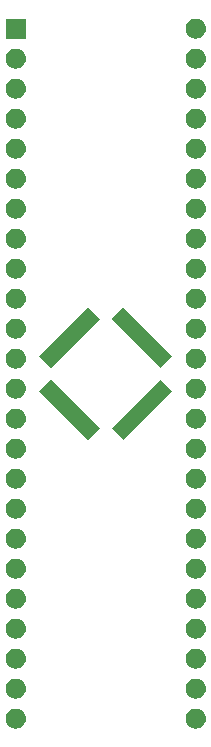
<source format=gbr>
G04 #@! TF.GenerationSoftware,KiCad,Pcbnew,(5.0.1-3-g963ef8bb5)*
G04 #@! TF.CreationDate,2022-07-03T20:38:46+09:00*
G04 #@! TF.ProjectId,LQFP48-Breakout,4C51465034382D427265616B6F75742E,rev?*
G04 #@! TF.SameCoordinates,Original*
G04 #@! TF.FileFunction,Soldermask,Top*
G04 #@! TF.FilePolarity,Negative*
%FSLAX46Y46*%
G04 Gerber Fmt 4.6, Leading zero omitted, Abs format (unit mm)*
G04 Created by KiCad (PCBNEW (5.0.1-3-g963ef8bb5)) date Sunday, 03 July 2022 at 20:38:46*
%MOMM*%
%LPD*%
G01*
G04 APERTURE LIST*
%ADD10C,0.100000*%
G04 APERTURE END LIST*
D10*
G36*
X116879821Y-121081313D02*
X116879824Y-121081314D01*
X116879825Y-121081314D01*
X117040239Y-121129975D01*
X117040241Y-121129976D01*
X117040244Y-121129977D01*
X117188078Y-121208995D01*
X117317659Y-121315341D01*
X117424005Y-121444922D01*
X117503023Y-121592756D01*
X117551687Y-121753179D01*
X117568117Y-121920000D01*
X117551687Y-122086821D01*
X117503023Y-122247244D01*
X117424005Y-122395078D01*
X117317659Y-122524659D01*
X117188078Y-122631005D01*
X117040244Y-122710023D01*
X117040241Y-122710024D01*
X117040239Y-122710025D01*
X116879825Y-122758686D01*
X116879824Y-122758686D01*
X116879821Y-122758687D01*
X116754804Y-122771000D01*
X116671196Y-122771000D01*
X116546179Y-122758687D01*
X116546176Y-122758686D01*
X116546175Y-122758686D01*
X116385761Y-122710025D01*
X116385759Y-122710024D01*
X116385756Y-122710023D01*
X116237922Y-122631005D01*
X116108341Y-122524659D01*
X116001995Y-122395078D01*
X115922977Y-122247244D01*
X115874313Y-122086821D01*
X115857883Y-121920000D01*
X115874313Y-121753179D01*
X115922977Y-121592756D01*
X116001995Y-121444922D01*
X116108341Y-121315341D01*
X116237922Y-121208995D01*
X116385756Y-121129977D01*
X116385759Y-121129976D01*
X116385761Y-121129975D01*
X116546175Y-121081314D01*
X116546176Y-121081314D01*
X116546179Y-121081313D01*
X116671196Y-121069000D01*
X116754804Y-121069000D01*
X116879821Y-121081313D01*
X116879821Y-121081313D01*
G37*
G36*
X101639821Y-121081313D02*
X101639824Y-121081314D01*
X101639825Y-121081314D01*
X101800239Y-121129975D01*
X101800241Y-121129976D01*
X101800244Y-121129977D01*
X101948078Y-121208995D01*
X102077659Y-121315341D01*
X102184005Y-121444922D01*
X102263023Y-121592756D01*
X102311687Y-121753179D01*
X102328117Y-121920000D01*
X102311687Y-122086821D01*
X102263023Y-122247244D01*
X102184005Y-122395078D01*
X102077659Y-122524659D01*
X101948078Y-122631005D01*
X101800244Y-122710023D01*
X101800241Y-122710024D01*
X101800239Y-122710025D01*
X101639825Y-122758686D01*
X101639824Y-122758686D01*
X101639821Y-122758687D01*
X101514804Y-122771000D01*
X101431196Y-122771000D01*
X101306179Y-122758687D01*
X101306176Y-122758686D01*
X101306175Y-122758686D01*
X101145761Y-122710025D01*
X101145759Y-122710024D01*
X101145756Y-122710023D01*
X100997922Y-122631005D01*
X100868341Y-122524659D01*
X100761995Y-122395078D01*
X100682977Y-122247244D01*
X100634313Y-122086821D01*
X100617883Y-121920000D01*
X100634313Y-121753179D01*
X100682977Y-121592756D01*
X100761995Y-121444922D01*
X100868341Y-121315341D01*
X100997922Y-121208995D01*
X101145756Y-121129977D01*
X101145759Y-121129976D01*
X101145761Y-121129975D01*
X101306175Y-121081314D01*
X101306176Y-121081314D01*
X101306179Y-121081313D01*
X101431196Y-121069000D01*
X101514804Y-121069000D01*
X101639821Y-121081313D01*
X101639821Y-121081313D01*
G37*
G36*
X101639821Y-118541313D02*
X101639824Y-118541314D01*
X101639825Y-118541314D01*
X101800239Y-118589975D01*
X101800241Y-118589976D01*
X101800244Y-118589977D01*
X101948078Y-118668995D01*
X102077659Y-118775341D01*
X102184005Y-118904922D01*
X102263023Y-119052756D01*
X102311687Y-119213179D01*
X102328117Y-119380000D01*
X102311687Y-119546821D01*
X102263023Y-119707244D01*
X102184005Y-119855078D01*
X102077659Y-119984659D01*
X101948078Y-120091005D01*
X101800244Y-120170023D01*
X101800241Y-120170024D01*
X101800239Y-120170025D01*
X101639825Y-120218686D01*
X101639824Y-120218686D01*
X101639821Y-120218687D01*
X101514804Y-120231000D01*
X101431196Y-120231000D01*
X101306179Y-120218687D01*
X101306176Y-120218686D01*
X101306175Y-120218686D01*
X101145761Y-120170025D01*
X101145759Y-120170024D01*
X101145756Y-120170023D01*
X100997922Y-120091005D01*
X100868341Y-119984659D01*
X100761995Y-119855078D01*
X100682977Y-119707244D01*
X100634313Y-119546821D01*
X100617883Y-119380000D01*
X100634313Y-119213179D01*
X100682977Y-119052756D01*
X100761995Y-118904922D01*
X100868341Y-118775341D01*
X100997922Y-118668995D01*
X101145756Y-118589977D01*
X101145759Y-118589976D01*
X101145761Y-118589975D01*
X101306175Y-118541314D01*
X101306176Y-118541314D01*
X101306179Y-118541313D01*
X101431196Y-118529000D01*
X101514804Y-118529000D01*
X101639821Y-118541313D01*
X101639821Y-118541313D01*
G37*
G36*
X116879821Y-118541313D02*
X116879824Y-118541314D01*
X116879825Y-118541314D01*
X117040239Y-118589975D01*
X117040241Y-118589976D01*
X117040244Y-118589977D01*
X117188078Y-118668995D01*
X117317659Y-118775341D01*
X117424005Y-118904922D01*
X117503023Y-119052756D01*
X117551687Y-119213179D01*
X117568117Y-119380000D01*
X117551687Y-119546821D01*
X117503023Y-119707244D01*
X117424005Y-119855078D01*
X117317659Y-119984659D01*
X117188078Y-120091005D01*
X117040244Y-120170023D01*
X117040241Y-120170024D01*
X117040239Y-120170025D01*
X116879825Y-120218686D01*
X116879824Y-120218686D01*
X116879821Y-120218687D01*
X116754804Y-120231000D01*
X116671196Y-120231000D01*
X116546179Y-120218687D01*
X116546176Y-120218686D01*
X116546175Y-120218686D01*
X116385761Y-120170025D01*
X116385759Y-120170024D01*
X116385756Y-120170023D01*
X116237922Y-120091005D01*
X116108341Y-119984659D01*
X116001995Y-119855078D01*
X115922977Y-119707244D01*
X115874313Y-119546821D01*
X115857883Y-119380000D01*
X115874313Y-119213179D01*
X115922977Y-119052756D01*
X116001995Y-118904922D01*
X116108341Y-118775341D01*
X116237922Y-118668995D01*
X116385756Y-118589977D01*
X116385759Y-118589976D01*
X116385761Y-118589975D01*
X116546175Y-118541314D01*
X116546176Y-118541314D01*
X116546179Y-118541313D01*
X116671196Y-118529000D01*
X116754804Y-118529000D01*
X116879821Y-118541313D01*
X116879821Y-118541313D01*
G37*
G36*
X116879821Y-116001313D02*
X116879824Y-116001314D01*
X116879825Y-116001314D01*
X117040239Y-116049975D01*
X117040241Y-116049976D01*
X117040244Y-116049977D01*
X117188078Y-116128995D01*
X117317659Y-116235341D01*
X117424005Y-116364922D01*
X117503023Y-116512756D01*
X117551687Y-116673179D01*
X117568117Y-116840000D01*
X117551687Y-117006821D01*
X117503023Y-117167244D01*
X117424005Y-117315078D01*
X117317659Y-117444659D01*
X117188078Y-117551005D01*
X117040244Y-117630023D01*
X117040241Y-117630024D01*
X117040239Y-117630025D01*
X116879825Y-117678686D01*
X116879824Y-117678686D01*
X116879821Y-117678687D01*
X116754804Y-117691000D01*
X116671196Y-117691000D01*
X116546179Y-117678687D01*
X116546176Y-117678686D01*
X116546175Y-117678686D01*
X116385761Y-117630025D01*
X116385759Y-117630024D01*
X116385756Y-117630023D01*
X116237922Y-117551005D01*
X116108341Y-117444659D01*
X116001995Y-117315078D01*
X115922977Y-117167244D01*
X115874313Y-117006821D01*
X115857883Y-116840000D01*
X115874313Y-116673179D01*
X115922977Y-116512756D01*
X116001995Y-116364922D01*
X116108341Y-116235341D01*
X116237922Y-116128995D01*
X116385756Y-116049977D01*
X116385759Y-116049976D01*
X116385761Y-116049975D01*
X116546175Y-116001314D01*
X116546176Y-116001314D01*
X116546179Y-116001313D01*
X116671196Y-115989000D01*
X116754804Y-115989000D01*
X116879821Y-116001313D01*
X116879821Y-116001313D01*
G37*
G36*
X101639821Y-116001313D02*
X101639824Y-116001314D01*
X101639825Y-116001314D01*
X101800239Y-116049975D01*
X101800241Y-116049976D01*
X101800244Y-116049977D01*
X101948078Y-116128995D01*
X102077659Y-116235341D01*
X102184005Y-116364922D01*
X102263023Y-116512756D01*
X102311687Y-116673179D01*
X102328117Y-116840000D01*
X102311687Y-117006821D01*
X102263023Y-117167244D01*
X102184005Y-117315078D01*
X102077659Y-117444659D01*
X101948078Y-117551005D01*
X101800244Y-117630023D01*
X101800241Y-117630024D01*
X101800239Y-117630025D01*
X101639825Y-117678686D01*
X101639824Y-117678686D01*
X101639821Y-117678687D01*
X101514804Y-117691000D01*
X101431196Y-117691000D01*
X101306179Y-117678687D01*
X101306176Y-117678686D01*
X101306175Y-117678686D01*
X101145761Y-117630025D01*
X101145759Y-117630024D01*
X101145756Y-117630023D01*
X100997922Y-117551005D01*
X100868341Y-117444659D01*
X100761995Y-117315078D01*
X100682977Y-117167244D01*
X100634313Y-117006821D01*
X100617883Y-116840000D01*
X100634313Y-116673179D01*
X100682977Y-116512756D01*
X100761995Y-116364922D01*
X100868341Y-116235341D01*
X100997922Y-116128995D01*
X101145756Y-116049977D01*
X101145759Y-116049976D01*
X101145761Y-116049975D01*
X101306175Y-116001314D01*
X101306176Y-116001314D01*
X101306179Y-116001313D01*
X101431196Y-115989000D01*
X101514804Y-115989000D01*
X101639821Y-116001313D01*
X101639821Y-116001313D01*
G37*
G36*
X116879821Y-113461313D02*
X116879824Y-113461314D01*
X116879825Y-113461314D01*
X117040239Y-113509975D01*
X117040241Y-113509976D01*
X117040244Y-113509977D01*
X117188078Y-113588995D01*
X117317659Y-113695341D01*
X117424005Y-113824922D01*
X117503023Y-113972756D01*
X117551687Y-114133179D01*
X117568117Y-114300000D01*
X117551687Y-114466821D01*
X117503023Y-114627244D01*
X117424005Y-114775078D01*
X117317659Y-114904659D01*
X117188078Y-115011005D01*
X117040244Y-115090023D01*
X117040241Y-115090024D01*
X117040239Y-115090025D01*
X116879825Y-115138686D01*
X116879824Y-115138686D01*
X116879821Y-115138687D01*
X116754804Y-115151000D01*
X116671196Y-115151000D01*
X116546179Y-115138687D01*
X116546176Y-115138686D01*
X116546175Y-115138686D01*
X116385761Y-115090025D01*
X116385759Y-115090024D01*
X116385756Y-115090023D01*
X116237922Y-115011005D01*
X116108341Y-114904659D01*
X116001995Y-114775078D01*
X115922977Y-114627244D01*
X115874313Y-114466821D01*
X115857883Y-114300000D01*
X115874313Y-114133179D01*
X115922977Y-113972756D01*
X116001995Y-113824922D01*
X116108341Y-113695341D01*
X116237922Y-113588995D01*
X116385756Y-113509977D01*
X116385759Y-113509976D01*
X116385761Y-113509975D01*
X116546175Y-113461314D01*
X116546176Y-113461314D01*
X116546179Y-113461313D01*
X116671196Y-113449000D01*
X116754804Y-113449000D01*
X116879821Y-113461313D01*
X116879821Y-113461313D01*
G37*
G36*
X101639821Y-113461313D02*
X101639824Y-113461314D01*
X101639825Y-113461314D01*
X101800239Y-113509975D01*
X101800241Y-113509976D01*
X101800244Y-113509977D01*
X101948078Y-113588995D01*
X102077659Y-113695341D01*
X102184005Y-113824922D01*
X102263023Y-113972756D01*
X102311687Y-114133179D01*
X102328117Y-114300000D01*
X102311687Y-114466821D01*
X102263023Y-114627244D01*
X102184005Y-114775078D01*
X102077659Y-114904659D01*
X101948078Y-115011005D01*
X101800244Y-115090023D01*
X101800241Y-115090024D01*
X101800239Y-115090025D01*
X101639825Y-115138686D01*
X101639824Y-115138686D01*
X101639821Y-115138687D01*
X101514804Y-115151000D01*
X101431196Y-115151000D01*
X101306179Y-115138687D01*
X101306176Y-115138686D01*
X101306175Y-115138686D01*
X101145761Y-115090025D01*
X101145759Y-115090024D01*
X101145756Y-115090023D01*
X100997922Y-115011005D01*
X100868341Y-114904659D01*
X100761995Y-114775078D01*
X100682977Y-114627244D01*
X100634313Y-114466821D01*
X100617883Y-114300000D01*
X100634313Y-114133179D01*
X100682977Y-113972756D01*
X100761995Y-113824922D01*
X100868341Y-113695341D01*
X100997922Y-113588995D01*
X101145756Y-113509977D01*
X101145759Y-113509976D01*
X101145761Y-113509975D01*
X101306175Y-113461314D01*
X101306176Y-113461314D01*
X101306179Y-113461313D01*
X101431196Y-113449000D01*
X101514804Y-113449000D01*
X101639821Y-113461313D01*
X101639821Y-113461313D01*
G37*
G36*
X116879821Y-110921313D02*
X116879824Y-110921314D01*
X116879825Y-110921314D01*
X117040239Y-110969975D01*
X117040241Y-110969976D01*
X117040244Y-110969977D01*
X117188078Y-111048995D01*
X117317659Y-111155341D01*
X117424005Y-111284922D01*
X117503023Y-111432756D01*
X117551687Y-111593179D01*
X117568117Y-111760000D01*
X117551687Y-111926821D01*
X117503023Y-112087244D01*
X117424005Y-112235078D01*
X117317659Y-112364659D01*
X117188078Y-112471005D01*
X117040244Y-112550023D01*
X117040241Y-112550024D01*
X117040239Y-112550025D01*
X116879825Y-112598686D01*
X116879824Y-112598686D01*
X116879821Y-112598687D01*
X116754804Y-112611000D01*
X116671196Y-112611000D01*
X116546179Y-112598687D01*
X116546176Y-112598686D01*
X116546175Y-112598686D01*
X116385761Y-112550025D01*
X116385759Y-112550024D01*
X116385756Y-112550023D01*
X116237922Y-112471005D01*
X116108341Y-112364659D01*
X116001995Y-112235078D01*
X115922977Y-112087244D01*
X115874313Y-111926821D01*
X115857883Y-111760000D01*
X115874313Y-111593179D01*
X115922977Y-111432756D01*
X116001995Y-111284922D01*
X116108341Y-111155341D01*
X116237922Y-111048995D01*
X116385756Y-110969977D01*
X116385759Y-110969976D01*
X116385761Y-110969975D01*
X116546175Y-110921314D01*
X116546176Y-110921314D01*
X116546179Y-110921313D01*
X116671196Y-110909000D01*
X116754804Y-110909000D01*
X116879821Y-110921313D01*
X116879821Y-110921313D01*
G37*
G36*
X101639821Y-110921313D02*
X101639824Y-110921314D01*
X101639825Y-110921314D01*
X101800239Y-110969975D01*
X101800241Y-110969976D01*
X101800244Y-110969977D01*
X101948078Y-111048995D01*
X102077659Y-111155341D01*
X102184005Y-111284922D01*
X102263023Y-111432756D01*
X102311687Y-111593179D01*
X102328117Y-111760000D01*
X102311687Y-111926821D01*
X102263023Y-112087244D01*
X102184005Y-112235078D01*
X102077659Y-112364659D01*
X101948078Y-112471005D01*
X101800244Y-112550023D01*
X101800241Y-112550024D01*
X101800239Y-112550025D01*
X101639825Y-112598686D01*
X101639824Y-112598686D01*
X101639821Y-112598687D01*
X101514804Y-112611000D01*
X101431196Y-112611000D01*
X101306179Y-112598687D01*
X101306176Y-112598686D01*
X101306175Y-112598686D01*
X101145761Y-112550025D01*
X101145759Y-112550024D01*
X101145756Y-112550023D01*
X100997922Y-112471005D01*
X100868341Y-112364659D01*
X100761995Y-112235078D01*
X100682977Y-112087244D01*
X100634313Y-111926821D01*
X100617883Y-111760000D01*
X100634313Y-111593179D01*
X100682977Y-111432756D01*
X100761995Y-111284922D01*
X100868341Y-111155341D01*
X100997922Y-111048995D01*
X101145756Y-110969977D01*
X101145759Y-110969976D01*
X101145761Y-110969975D01*
X101306175Y-110921314D01*
X101306176Y-110921314D01*
X101306179Y-110921313D01*
X101431196Y-110909000D01*
X101514804Y-110909000D01*
X101639821Y-110921313D01*
X101639821Y-110921313D01*
G37*
G36*
X116879821Y-108381313D02*
X116879824Y-108381314D01*
X116879825Y-108381314D01*
X117040239Y-108429975D01*
X117040241Y-108429976D01*
X117040244Y-108429977D01*
X117188078Y-108508995D01*
X117317659Y-108615341D01*
X117424005Y-108744922D01*
X117503023Y-108892756D01*
X117551687Y-109053179D01*
X117568117Y-109220000D01*
X117551687Y-109386821D01*
X117503023Y-109547244D01*
X117424005Y-109695078D01*
X117317659Y-109824659D01*
X117188078Y-109931005D01*
X117040244Y-110010023D01*
X117040241Y-110010024D01*
X117040239Y-110010025D01*
X116879825Y-110058686D01*
X116879824Y-110058686D01*
X116879821Y-110058687D01*
X116754804Y-110071000D01*
X116671196Y-110071000D01*
X116546179Y-110058687D01*
X116546176Y-110058686D01*
X116546175Y-110058686D01*
X116385761Y-110010025D01*
X116385759Y-110010024D01*
X116385756Y-110010023D01*
X116237922Y-109931005D01*
X116108341Y-109824659D01*
X116001995Y-109695078D01*
X115922977Y-109547244D01*
X115874313Y-109386821D01*
X115857883Y-109220000D01*
X115874313Y-109053179D01*
X115922977Y-108892756D01*
X116001995Y-108744922D01*
X116108341Y-108615341D01*
X116237922Y-108508995D01*
X116385756Y-108429977D01*
X116385759Y-108429976D01*
X116385761Y-108429975D01*
X116546175Y-108381314D01*
X116546176Y-108381314D01*
X116546179Y-108381313D01*
X116671196Y-108369000D01*
X116754804Y-108369000D01*
X116879821Y-108381313D01*
X116879821Y-108381313D01*
G37*
G36*
X101639821Y-108381313D02*
X101639824Y-108381314D01*
X101639825Y-108381314D01*
X101800239Y-108429975D01*
X101800241Y-108429976D01*
X101800244Y-108429977D01*
X101948078Y-108508995D01*
X102077659Y-108615341D01*
X102184005Y-108744922D01*
X102263023Y-108892756D01*
X102311687Y-109053179D01*
X102328117Y-109220000D01*
X102311687Y-109386821D01*
X102263023Y-109547244D01*
X102184005Y-109695078D01*
X102077659Y-109824659D01*
X101948078Y-109931005D01*
X101800244Y-110010023D01*
X101800241Y-110010024D01*
X101800239Y-110010025D01*
X101639825Y-110058686D01*
X101639824Y-110058686D01*
X101639821Y-110058687D01*
X101514804Y-110071000D01*
X101431196Y-110071000D01*
X101306179Y-110058687D01*
X101306176Y-110058686D01*
X101306175Y-110058686D01*
X101145761Y-110010025D01*
X101145759Y-110010024D01*
X101145756Y-110010023D01*
X100997922Y-109931005D01*
X100868341Y-109824659D01*
X100761995Y-109695078D01*
X100682977Y-109547244D01*
X100634313Y-109386821D01*
X100617883Y-109220000D01*
X100634313Y-109053179D01*
X100682977Y-108892756D01*
X100761995Y-108744922D01*
X100868341Y-108615341D01*
X100997922Y-108508995D01*
X101145756Y-108429977D01*
X101145759Y-108429976D01*
X101145761Y-108429975D01*
X101306175Y-108381314D01*
X101306176Y-108381314D01*
X101306179Y-108381313D01*
X101431196Y-108369000D01*
X101514804Y-108369000D01*
X101639821Y-108381313D01*
X101639821Y-108381313D01*
G37*
G36*
X116879821Y-105841313D02*
X116879824Y-105841314D01*
X116879825Y-105841314D01*
X117040239Y-105889975D01*
X117040241Y-105889976D01*
X117040244Y-105889977D01*
X117188078Y-105968995D01*
X117317659Y-106075341D01*
X117424005Y-106204922D01*
X117503023Y-106352756D01*
X117551687Y-106513179D01*
X117568117Y-106680000D01*
X117551687Y-106846821D01*
X117503023Y-107007244D01*
X117424005Y-107155078D01*
X117317659Y-107284659D01*
X117188078Y-107391005D01*
X117040244Y-107470023D01*
X117040241Y-107470024D01*
X117040239Y-107470025D01*
X116879825Y-107518686D01*
X116879824Y-107518686D01*
X116879821Y-107518687D01*
X116754804Y-107531000D01*
X116671196Y-107531000D01*
X116546179Y-107518687D01*
X116546176Y-107518686D01*
X116546175Y-107518686D01*
X116385761Y-107470025D01*
X116385759Y-107470024D01*
X116385756Y-107470023D01*
X116237922Y-107391005D01*
X116108341Y-107284659D01*
X116001995Y-107155078D01*
X115922977Y-107007244D01*
X115874313Y-106846821D01*
X115857883Y-106680000D01*
X115874313Y-106513179D01*
X115922977Y-106352756D01*
X116001995Y-106204922D01*
X116108341Y-106075341D01*
X116237922Y-105968995D01*
X116385756Y-105889977D01*
X116385759Y-105889976D01*
X116385761Y-105889975D01*
X116546175Y-105841314D01*
X116546176Y-105841314D01*
X116546179Y-105841313D01*
X116671196Y-105829000D01*
X116754804Y-105829000D01*
X116879821Y-105841313D01*
X116879821Y-105841313D01*
G37*
G36*
X101639821Y-105841313D02*
X101639824Y-105841314D01*
X101639825Y-105841314D01*
X101800239Y-105889975D01*
X101800241Y-105889976D01*
X101800244Y-105889977D01*
X101948078Y-105968995D01*
X102077659Y-106075341D01*
X102184005Y-106204922D01*
X102263023Y-106352756D01*
X102311687Y-106513179D01*
X102328117Y-106680000D01*
X102311687Y-106846821D01*
X102263023Y-107007244D01*
X102184005Y-107155078D01*
X102077659Y-107284659D01*
X101948078Y-107391005D01*
X101800244Y-107470023D01*
X101800241Y-107470024D01*
X101800239Y-107470025D01*
X101639825Y-107518686D01*
X101639824Y-107518686D01*
X101639821Y-107518687D01*
X101514804Y-107531000D01*
X101431196Y-107531000D01*
X101306179Y-107518687D01*
X101306176Y-107518686D01*
X101306175Y-107518686D01*
X101145761Y-107470025D01*
X101145759Y-107470024D01*
X101145756Y-107470023D01*
X100997922Y-107391005D01*
X100868341Y-107284659D01*
X100761995Y-107155078D01*
X100682977Y-107007244D01*
X100634313Y-106846821D01*
X100617883Y-106680000D01*
X100634313Y-106513179D01*
X100682977Y-106352756D01*
X100761995Y-106204922D01*
X100868341Y-106075341D01*
X100997922Y-105968995D01*
X101145756Y-105889977D01*
X101145759Y-105889976D01*
X101145761Y-105889975D01*
X101306175Y-105841314D01*
X101306176Y-105841314D01*
X101306179Y-105841313D01*
X101431196Y-105829000D01*
X101514804Y-105829000D01*
X101639821Y-105841313D01*
X101639821Y-105841313D01*
G37*
G36*
X101639821Y-103301313D02*
X101639824Y-103301314D01*
X101639825Y-103301314D01*
X101800239Y-103349975D01*
X101800241Y-103349976D01*
X101800244Y-103349977D01*
X101948078Y-103428995D01*
X102077659Y-103535341D01*
X102184005Y-103664922D01*
X102263023Y-103812756D01*
X102311687Y-103973179D01*
X102328117Y-104140000D01*
X102311687Y-104306821D01*
X102263023Y-104467244D01*
X102184005Y-104615078D01*
X102077659Y-104744659D01*
X101948078Y-104851005D01*
X101800244Y-104930023D01*
X101800241Y-104930024D01*
X101800239Y-104930025D01*
X101639825Y-104978686D01*
X101639824Y-104978686D01*
X101639821Y-104978687D01*
X101514804Y-104991000D01*
X101431196Y-104991000D01*
X101306179Y-104978687D01*
X101306176Y-104978686D01*
X101306175Y-104978686D01*
X101145761Y-104930025D01*
X101145759Y-104930024D01*
X101145756Y-104930023D01*
X100997922Y-104851005D01*
X100868341Y-104744659D01*
X100761995Y-104615078D01*
X100682977Y-104467244D01*
X100634313Y-104306821D01*
X100617883Y-104140000D01*
X100634313Y-103973179D01*
X100682977Y-103812756D01*
X100761995Y-103664922D01*
X100868341Y-103535341D01*
X100997922Y-103428995D01*
X101145756Y-103349977D01*
X101145759Y-103349976D01*
X101145761Y-103349975D01*
X101306175Y-103301314D01*
X101306176Y-103301314D01*
X101306179Y-103301313D01*
X101431196Y-103289000D01*
X101514804Y-103289000D01*
X101639821Y-103301313D01*
X101639821Y-103301313D01*
G37*
G36*
X116879821Y-103301313D02*
X116879824Y-103301314D01*
X116879825Y-103301314D01*
X117040239Y-103349975D01*
X117040241Y-103349976D01*
X117040244Y-103349977D01*
X117188078Y-103428995D01*
X117317659Y-103535341D01*
X117424005Y-103664922D01*
X117503023Y-103812756D01*
X117551687Y-103973179D01*
X117568117Y-104140000D01*
X117551687Y-104306821D01*
X117503023Y-104467244D01*
X117424005Y-104615078D01*
X117317659Y-104744659D01*
X117188078Y-104851005D01*
X117040244Y-104930023D01*
X117040241Y-104930024D01*
X117040239Y-104930025D01*
X116879825Y-104978686D01*
X116879824Y-104978686D01*
X116879821Y-104978687D01*
X116754804Y-104991000D01*
X116671196Y-104991000D01*
X116546179Y-104978687D01*
X116546176Y-104978686D01*
X116546175Y-104978686D01*
X116385761Y-104930025D01*
X116385759Y-104930024D01*
X116385756Y-104930023D01*
X116237922Y-104851005D01*
X116108341Y-104744659D01*
X116001995Y-104615078D01*
X115922977Y-104467244D01*
X115874313Y-104306821D01*
X115857883Y-104140000D01*
X115874313Y-103973179D01*
X115922977Y-103812756D01*
X116001995Y-103664922D01*
X116108341Y-103535341D01*
X116237922Y-103428995D01*
X116385756Y-103349977D01*
X116385759Y-103349976D01*
X116385761Y-103349975D01*
X116546175Y-103301314D01*
X116546176Y-103301314D01*
X116546179Y-103301313D01*
X116671196Y-103289000D01*
X116754804Y-103289000D01*
X116879821Y-103301313D01*
X116879821Y-103301313D01*
G37*
G36*
X101639821Y-100761313D02*
X101639824Y-100761314D01*
X101639825Y-100761314D01*
X101800239Y-100809975D01*
X101800241Y-100809976D01*
X101800244Y-100809977D01*
X101948078Y-100888995D01*
X102077659Y-100995341D01*
X102184005Y-101124922D01*
X102263023Y-101272756D01*
X102311687Y-101433179D01*
X102328117Y-101600000D01*
X102311687Y-101766821D01*
X102263023Y-101927244D01*
X102184005Y-102075078D01*
X102077659Y-102204659D01*
X101948078Y-102311005D01*
X101800244Y-102390023D01*
X101800241Y-102390024D01*
X101800239Y-102390025D01*
X101639825Y-102438686D01*
X101639824Y-102438686D01*
X101639821Y-102438687D01*
X101514804Y-102451000D01*
X101431196Y-102451000D01*
X101306179Y-102438687D01*
X101306176Y-102438686D01*
X101306175Y-102438686D01*
X101145761Y-102390025D01*
X101145759Y-102390024D01*
X101145756Y-102390023D01*
X100997922Y-102311005D01*
X100868341Y-102204659D01*
X100761995Y-102075078D01*
X100682977Y-101927244D01*
X100634313Y-101766821D01*
X100617883Y-101600000D01*
X100634313Y-101433179D01*
X100682977Y-101272756D01*
X100761995Y-101124922D01*
X100868341Y-100995341D01*
X100997922Y-100888995D01*
X101145756Y-100809977D01*
X101145759Y-100809976D01*
X101145761Y-100809975D01*
X101306175Y-100761314D01*
X101306176Y-100761314D01*
X101306179Y-100761313D01*
X101431196Y-100749000D01*
X101514804Y-100749000D01*
X101639821Y-100761313D01*
X101639821Y-100761313D01*
G37*
G36*
X116879821Y-100761313D02*
X116879824Y-100761314D01*
X116879825Y-100761314D01*
X117040239Y-100809975D01*
X117040241Y-100809976D01*
X117040244Y-100809977D01*
X117188078Y-100888995D01*
X117317659Y-100995341D01*
X117424005Y-101124922D01*
X117503023Y-101272756D01*
X117551687Y-101433179D01*
X117568117Y-101600000D01*
X117551687Y-101766821D01*
X117503023Y-101927244D01*
X117424005Y-102075078D01*
X117317659Y-102204659D01*
X117188078Y-102311005D01*
X117040244Y-102390023D01*
X117040241Y-102390024D01*
X117040239Y-102390025D01*
X116879825Y-102438686D01*
X116879824Y-102438686D01*
X116879821Y-102438687D01*
X116754804Y-102451000D01*
X116671196Y-102451000D01*
X116546179Y-102438687D01*
X116546176Y-102438686D01*
X116546175Y-102438686D01*
X116385761Y-102390025D01*
X116385759Y-102390024D01*
X116385756Y-102390023D01*
X116237922Y-102311005D01*
X116108341Y-102204659D01*
X116001995Y-102075078D01*
X115922977Y-101927244D01*
X115874313Y-101766821D01*
X115857883Y-101600000D01*
X115874313Y-101433179D01*
X115922977Y-101272756D01*
X116001995Y-101124922D01*
X116108341Y-100995341D01*
X116237922Y-100888995D01*
X116385756Y-100809977D01*
X116385759Y-100809976D01*
X116385761Y-100809975D01*
X116546175Y-100761314D01*
X116546176Y-100761314D01*
X116546179Y-100761313D01*
X116671196Y-100749000D01*
X116754804Y-100749000D01*
X116879821Y-100761313D01*
X116879821Y-100761313D01*
G37*
G36*
X101639821Y-98221313D02*
X101639824Y-98221314D01*
X101639825Y-98221314D01*
X101800239Y-98269975D01*
X101800241Y-98269976D01*
X101800244Y-98269977D01*
X101948078Y-98348995D01*
X102077659Y-98455341D01*
X102184005Y-98584922D01*
X102263023Y-98732756D01*
X102311687Y-98893179D01*
X102328117Y-99060000D01*
X102311687Y-99226821D01*
X102263023Y-99387244D01*
X102184005Y-99535078D01*
X102077659Y-99664659D01*
X101948078Y-99771005D01*
X101800244Y-99850023D01*
X101800241Y-99850024D01*
X101800239Y-99850025D01*
X101639825Y-99898686D01*
X101639824Y-99898686D01*
X101639821Y-99898687D01*
X101514804Y-99911000D01*
X101431196Y-99911000D01*
X101306179Y-99898687D01*
X101306176Y-99898686D01*
X101306175Y-99898686D01*
X101145761Y-99850025D01*
X101145759Y-99850024D01*
X101145756Y-99850023D01*
X100997922Y-99771005D01*
X100868341Y-99664659D01*
X100761995Y-99535078D01*
X100682977Y-99387244D01*
X100634313Y-99226821D01*
X100617883Y-99060000D01*
X100634313Y-98893179D01*
X100682977Y-98732756D01*
X100761995Y-98584922D01*
X100868341Y-98455341D01*
X100997922Y-98348995D01*
X101145756Y-98269977D01*
X101145759Y-98269976D01*
X101145761Y-98269975D01*
X101306175Y-98221314D01*
X101306176Y-98221314D01*
X101306179Y-98221313D01*
X101431196Y-98209000D01*
X101514804Y-98209000D01*
X101639821Y-98221313D01*
X101639821Y-98221313D01*
G37*
G36*
X116879821Y-98221313D02*
X116879824Y-98221314D01*
X116879825Y-98221314D01*
X117040239Y-98269975D01*
X117040241Y-98269976D01*
X117040244Y-98269977D01*
X117188078Y-98348995D01*
X117317659Y-98455341D01*
X117424005Y-98584922D01*
X117503023Y-98732756D01*
X117551687Y-98893179D01*
X117568117Y-99060000D01*
X117551687Y-99226821D01*
X117503023Y-99387244D01*
X117424005Y-99535078D01*
X117317659Y-99664659D01*
X117188078Y-99771005D01*
X117040244Y-99850023D01*
X117040241Y-99850024D01*
X117040239Y-99850025D01*
X116879825Y-99898686D01*
X116879824Y-99898686D01*
X116879821Y-99898687D01*
X116754804Y-99911000D01*
X116671196Y-99911000D01*
X116546179Y-99898687D01*
X116546176Y-99898686D01*
X116546175Y-99898686D01*
X116385761Y-99850025D01*
X116385759Y-99850024D01*
X116385756Y-99850023D01*
X116237922Y-99771005D01*
X116108341Y-99664659D01*
X116001995Y-99535078D01*
X115922977Y-99387244D01*
X115874313Y-99226821D01*
X115857883Y-99060000D01*
X115874313Y-98893179D01*
X115922977Y-98732756D01*
X116001995Y-98584922D01*
X116108341Y-98455341D01*
X116237922Y-98348995D01*
X116385756Y-98269977D01*
X116385759Y-98269976D01*
X116385761Y-98269975D01*
X116546175Y-98221314D01*
X116546176Y-98221314D01*
X116546179Y-98221313D01*
X116671196Y-98209000D01*
X116754804Y-98209000D01*
X116879821Y-98221313D01*
X116879821Y-98221313D01*
G37*
G36*
X114733591Y-94212602D02*
X110595602Y-98350591D01*
X109604238Y-97359227D01*
X113742227Y-93221238D01*
X114733591Y-94212602D01*
X114733591Y-94212602D01*
G37*
G36*
X108581762Y-97359227D02*
X107590398Y-98350591D01*
X103452409Y-94212602D01*
X104443773Y-93221238D01*
X108581762Y-97359227D01*
X108581762Y-97359227D01*
G37*
G36*
X116879821Y-95681313D02*
X116879824Y-95681314D01*
X116879825Y-95681314D01*
X117040239Y-95729975D01*
X117040241Y-95729976D01*
X117040244Y-95729977D01*
X117188078Y-95808995D01*
X117317659Y-95915341D01*
X117424005Y-96044922D01*
X117503023Y-96192756D01*
X117503024Y-96192759D01*
X117503025Y-96192761D01*
X117551686Y-96353175D01*
X117551687Y-96353179D01*
X117568117Y-96520000D01*
X117551687Y-96686821D01*
X117551686Y-96686824D01*
X117551686Y-96686825D01*
X117551489Y-96687476D01*
X117503023Y-96847244D01*
X117424005Y-96995078D01*
X117317659Y-97124659D01*
X117188078Y-97231005D01*
X117040244Y-97310023D01*
X117040241Y-97310024D01*
X117040239Y-97310025D01*
X116879825Y-97358686D01*
X116879824Y-97358686D01*
X116879821Y-97358687D01*
X116754804Y-97371000D01*
X116671196Y-97371000D01*
X116546179Y-97358687D01*
X116546176Y-97358686D01*
X116546175Y-97358686D01*
X116385761Y-97310025D01*
X116385759Y-97310024D01*
X116385756Y-97310023D01*
X116237922Y-97231005D01*
X116108341Y-97124659D01*
X116001995Y-96995078D01*
X115922977Y-96847244D01*
X115874512Y-96687476D01*
X115874314Y-96686825D01*
X115874314Y-96686824D01*
X115874313Y-96686821D01*
X115857883Y-96520000D01*
X115874313Y-96353179D01*
X115874314Y-96353175D01*
X115922975Y-96192761D01*
X115922976Y-96192759D01*
X115922977Y-96192756D01*
X116001995Y-96044922D01*
X116108341Y-95915341D01*
X116237922Y-95808995D01*
X116385756Y-95729977D01*
X116385759Y-95729976D01*
X116385761Y-95729975D01*
X116546175Y-95681314D01*
X116546176Y-95681314D01*
X116546179Y-95681313D01*
X116671196Y-95669000D01*
X116754804Y-95669000D01*
X116879821Y-95681313D01*
X116879821Y-95681313D01*
G37*
G36*
X101639821Y-95681313D02*
X101639824Y-95681314D01*
X101639825Y-95681314D01*
X101800239Y-95729975D01*
X101800241Y-95729976D01*
X101800244Y-95729977D01*
X101948078Y-95808995D01*
X102077659Y-95915341D01*
X102184005Y-96044922D01*
X102263023Y-96192756D01*
X102263024Y-96192759D01*
X102263025Y-96192761D01*
X102311686Y-96353175D01*
X102311687Y-96353179D01*
X102328117Y-96520000D01*
X102311687Y-96686821D01*
X102311686Y-96686824D01*
X102311686Y-96686825D01*
X102311489Y-96687476D01*
X102263023Y-96847244D01*
X102184005Y-96995078D01*
X102077659Y-97124659D01*
X101948078Y-97231005D01*
X101800244Y-97310023D01*
X101800241Y-97310024D01*
X101800239Y-97310025D01*
X101639825Y-97358686D01*
X101639824Y-97358686D01*
X101639821Y-97358687D01*
X101514804Y-97371000D01*
X101431196Y-97371000D01*
X101306179Y-97358687D01*
X101306176Y-97358686D01*
X101306175Y-97358686D01*
X101145761Y-97310025D01*
X101145759Y-97310024D01*
X101145756Y-97310023D01*
X100997922Y-97231005D01*
X100868341Y-97124659D01*
X100761995Y-96995078D01*
X100682977Y-96847244D01*
X100634512Y-96687476D01*
X100634314Y-96686825D01*
X100634314Y-96686824D01*
X100634313Y-96686821D01*
X100617883Y-96520000D01*
X100634313Y-96353179D01*
X100634314Y-96353175D01*
X100682975Y-96192761D01*
X100682976Y-96192759D01*
X100682977Y-96192756D01*
X100761995Y-96044922D01*
X100868341Y-95915341D01*
X100997922Y-95808995D01*
X101145756Y-95729977D01*
X101145759Y-95729976D01*
X101145761Y-95729975D01*
X101306175Y-95681314D01*
X101306176Y-95681314D01*
X101306179Y-95681313D01*
X101431196Y-95669000D01*
X101514804Y-95669000D01*
X101639821Y-95681313D01*
X101639821Y-95681313D01*
G37*
G36*
X101639821Y-93141313D02*
X101639824Y-93141314D01*
X101639825Y-93141314D01*
X101800239Y-93189975D01*
X101800241Y-93189976D01*
X101800244Y-93189977D01*
X101948078Y-93268995D01*
X102077659Y-93375341D01*
X102184005Y-93504922D01*
X102263023Y-93652756D01*
X102311687Y-93813179D01*
X102328117Y-93980000D01*
X102311687Y-94146821D01*
X102311686Y-94146824D01*
X102311686Y-94146825D01*
X102291733Y-94212602D01*
X102263023Y-94307244D01*
X102184005Y-94455078D01*
X102077659Y-94584659D01*
X101948078Y-94691005D01*
X101800244Y-94770023D01*
X101800241Y-94770024D01*
X101800239Y-94770025D01*
X101639825Y-94818686D01*
X101639824Y-94818686D01*
X101639821Y-94818687D01*
X101514804Y-94831000D01*
X101431196Y-94831000D01*
X101306179Y-94818687D01*
X101306176Y-94818686D01*
X101306175Y-94818686D01*
X101145761Y-94770025D01*
X101145759Y-94770024D01*
X101145756Y-94770023D01*
X100997922Y-94691005D01*
X100868341Y-94584659D01*
X100761995Y-94455078D01*
X100682977Y-94307244D01*
X100654268Y-94212602D01*
X100634314Y-94146825D01*
X100634314Y-94146824D01*
X100634313Y-94146821D01*
X100617883Y-93980000D01*
X100634313Y-93813179D01*
X100682977Y-93652756D01*
X100761995Y-93504922D01*
X100868341Y-93375341D01*
X100997922Y-93268995D01*
X101145756Y-93189977D01*
X101145759Y-93189976D01*
X101145761Y-93189975D01*
X101306175Y-93141314D01*
X101306176Y-93141314D01*
X101306179Y-93141313D01*
X101431196Y-93129000D01*
X101514804Y-93129000D01*
X101639821Y-93141313D01*
X101639821Y-93141313D01*
G37*
G36*
X116879821Y-93141313D02*
X116879824Y-93141314D01*
X116879825Y-93141314D01*
X117040239Y-93189975D01*
X117040241Y-93189976D01*
X117040244Y-93189977D01*
X117188078Y-93268995D01*
X117317659Y-93375341D01*
X117424005Y-93504922D01*
X117503023Y-93652756D01*
X117551687Y-93813179D01*
X117568117Y-93980000D01*
X117551687Y-94146821D01*
X117551686Y-94146824D01*
X117551686Y-94146825D01*
X117531733Y-94212602D01*
X117503023Y-94307244D01*
X117424005Y-94455078D01*
X117317659Y-94584659D01*
X117188078Y-94691005D01*
X117040244Y-94770023D01*
X117040241Y-94770024D01*
X117040239Y-94770025D01*
X116879825Y-94818686D01*
X116879824Y-94818686D01*
X116879821Y-94818687D01*
X116754804Y-94831000D01*
X116671196Y-94831000D01*
X116546179Y-94818687D01*
X116546176Y-94818686D01*
X116546175Y-94818686D01*
X116385761Y-94770025D01*
X116385759Y-94770024D01*
X116385756Y-94770023D01*
X116237922Y-94691005D01*
X116108341Y-94584659D01*
X116001995Y-94455078D01*
X115922977Y-94307244D01*
X115894268Y-94212602D01*
X115874314Y-94146825D01*
X115874314Y-94146824D01*
X115874313Y-94146821D01*
X115857883Y-93980000D01*
X115874313Y-93813179D01*
X115922977Y-93652756D01*
X116001995Y-93504922D01*
X116108341Y-93375341D01*
X116237922Y-93268995D01*
X116385756Y-93189977D01*
X116385759Y-93189976D01*
X116385761Y-93189975D01*
X116546175Y-93141314D01*
X116546176Y-93141314D01*
X116546179Y-93141313D01*
X116671196Y-93129000D01*
X116754804Y-93129000D01*
X116879821Y-93141313D01*
X116879821Y-93141313D01*
G37*
G36*
X101639821Y-90601313D02*
X101639824Y-90601314D01*
X101639825Y-90601314D01*
X101800239Y-90649975D01*
X101800241Y-90649976D01*
X101800244Y-90649977D01*
X101948078Y-90728995D01*
X102077659Y-90835341D01*
X102184005Y-90964922D01*
X102263023Y-91112756D01*
X102263024Y-91112759D01*
X102263025Y-91112761D01*
X102311686Y-91273175D01*
X102311687Y-91273179D01*
X102328117Y-91440000D01*
X102311687Y-91606821D01*
X102263023Y-91767244D01*
X102184005Y-91915078D01*
X102077659Y-92044659D01*
X101948078Y-92151005D01*
X101800244Y-92230023D01*
X101800241Y-92230024D01*
X101800239Y-92230025D01*
X101639825Y-92278686D01*
X101639824Y-92278686D01*
X101639821Y-92278687D01*
X101514804Y-92291000D01*
X101431196Y-92291000D01*
X101306179Y-92278687D01*
X101306176Y-92278686D01*
X101306175Y-92278686D01*
X101145761Y-92230025D01*
X101145759Y-92230024D01*
X101145756Y-92230023D01*
X100997922Y-92151005D01*
X100868341Y-92044659D01*
X100761995Y-91915078D01*
X100682977Y-91767244D01*
X100634313Y-91606821D01*
X100617883Y-91440000D01*
X100634313Y-91273179D01*
X100634314Y-91273175D01*
X100682975Y-91112761D01*
X100682976Y-91112759D01*
X100682977Y-91112756D01*
X100761995Y-90964922D01*
X100868341Y-90835341D01*
X100997922Y-90728995D01*
X101145756Y-90649977D01*
X101145759Y-90649976D01*
X101145761Y-90649975D01*
X101306175Y-90601314D01*
X101306176Y-90601314D01*
X101306179Y-90601313D01*
X101431196Y-90589000D01*
X101514804Y-90589000D01*
X101639821Y-90601313D01*
X101639821Y-90601313D01*
G37*
G36*
X116879821Y-90601313D02*
X116879824Y-90601314D01*
X116879825Y-90601314D01*
X117040239Y-90649975D01*
X117040241Y-90649976D01*
X117040244Y-90649977D01*
X117188078Y-90728995D01*
X117317659Y-90835341D01*
X117424005Y-90964922D01*
X117503023Y-91112756D01*
X117503024Y-91112759D01*
X117503025Y-91112761D01*
X117551686Y-91273175D01*
X117551687Y-91273179D01*
X117568117Y-91440000D01*
X117551687Y-91606821D01*
X117503023Y-91767244D01*
X117424005Y-91915078D01*
X117317659Y-92044659D01*
X117188078Y-92151005D01*
X117040244Y-92230023D01*
X117040241Y-92230024D01*
X117040239Y-92230025D01*
X116879825Y-92278686D01*
X116879824Y-92278686D01*
X116879821Y-92278687D01*
X116754804Y-92291000D01*
X116671196Y-92291000D01*
X116546179Y-92278687D01*
X116546176Y-92278686D01*
X116546175Y-92278686D01*
X116385761Y-92230025D01*
X116385759Y-92230024D01*
X116385756Y-92230023D01*
X116237922Y-92151005D01*
X116108341Y-92044659D01*
X116001995Y-91915078D01*
X115922977Y-91767244D01*
X115874313Y-91606821D01*
X115857883Y-91440000D01*
X115874313Y-91273179D01*
X115874314Y-91273175D01*
X115922975Y-91112761D01*
X115922976Y-91112759D01*
X115922977Y-91112756D01*
X116001995Y-90964922D01*
X116108341Y-90835341D01*
X116237922Y-90728995D01*
X116385756Y-90649977D01*
X116385759Y-90649976D01*
X116385761Y-90649975D01*
X116546175Y-90601314D01*
X116546176Y-90601314D01*
X116546179Y-90601313D01*
X116671196Y-90589000D01*
X116754804Y-90589000D01*
X116879821Y-90601313D01*
X116879821Y-90601313D01*
G37*
G36*
X108581762Y-88060773D02*
X104443773Y-92198762D01*
X103452409Y-91207398D01*
X107590398Y-87069409D01*
X108581762Y-88060773D01*
X108581762Y-88060773D01*
G37*
G36*
X114733591Y-91207398D02*
X113742227Y-92198762D01*
X109604238Y-88060773D01*
X110595602Y-87069409D01*
X114733591Y-91207398D01*
X114733591Y-91207398D01*
G37*
G36*
X101639821Y-88061313D02*
X101639824Y-88061314D01*
X101639825Y-88061314D01*
X101800239Y-88109975D01*
X101800241Y-88109976D01*
X101800244Y-88109977D01*
X101948078Y-88188995D01*
X102077659Y-88295341D01*
X102184005Y-88424922D01*
X102263023Y-88572756D01*
X102263024Y-88572759D01*
X102263025Y-88572761D01*
X102311686Y-88733175D01*
X102311687Y-88733179D01*
X102328117Y-88900000D01*
X102311687Y-89066821D01*
X102311686Y-89066824D01*
X102311686Y-89066825D01*
X102305846Y-89086078D01*
X102263023Y-89227244D01*
X102184005Y-89375078D01*
X102077659Y-89504659D01*
X101948078Y-89611005D01*
X101800244Y-89690023D01*
X101800241Y-89690024D01*
X101800239Y-89690025D01*
X101639825Y-89738686D01*
X101639824Y-89738686D01*
X101639821Y-89738687D01*
X101514804Y-89751000D01*
X101431196Y-89751000D01*
X101306179Y-89738687D01*
X101306176Y-89738686D01*
X101306175Y-89738686D01*
X101145761Y-89690025D01*
X101145759Y-89690024D01*
X101145756Y-89690023D01*
X100997922Y-89611005D01*
X100868341Y-89504659D01*
X100761995Y-89375078D01*
X100682977Y-89227244D01*
X100640155Y-89086078D01*
X100634314Y-89066825D01*
X100634314Y-89066824D01*
X100634313Y-89066821D01*
X100617883Y-88900000D01*
X100634313Y-88733179D01*
X100634314Y-88733175D01*
X100682975Y-88572761D01*
X100682976Y-88572759D01*
X100682977Y-88572756D01*
X100761995Y-88424922D01*
X100868341Y-88295341D01*
X100997922Y-88188995D01*
X101145756Y-88109977D01*
X101145759Y-88109976D01*
X101145761Y-88109975D01*
X101306175Y-88061314D01*
X101306176Y-88061314D01*
X101306179Y-88061313D01*
X101431196Y-88049000D01*
X101514804Y-88049000D01*
X101639821Y-88061313D01*
X101639821Y-88061313D01*
G37*
G36*
X116879821Y-88061313D02*
X116879824Y-88061314D01*
X116879825Y-88061314D01*
X117040239Y-88109975D01*
X117040241Y-88109976D01*
X117040244Y-88109977D01*
X117188078Y-88188995D01*
X117317659Y-88295341D01*
X117424005Y-88424922D01*
X117503023Y-88572756D01*
X117503024Y-88572759D01*
X117503025Y-88572761D01*
X117551686Y-88733175D01*
X117551687Y-88733179D01*
X117568117Y-88900000D01*
X117551687Y-89066821D01*
X117551686Y-89066824D01*
X117551686Y-89066825D01*
X117545846Y-89086078D01*
X117503023Y-89227244D01*
X117424005Y-89375078D01*
X117317659Y-89504659D01*
X117188078Y-89611005D01*
X117040244Y-89690023D01*
X117040241Y-89690024D01*
X117040239Y-89690025D01*
X116879825Y-89738686D01*
X116879824Y-89738686D01*
X116879821Y-89738687D01*
X116754804Y-89751000D01*
X116671196Y-89751000D01*
X116546179Y-89738687D01*
X116546176Y-89738686D01*
X116546175Y-89738686D01*
X116385761Y-89690025D01*
X116385759Y-89690024D01*
X116385756Y-89690023D01*
X116237922Y-89611005D01*
X116108341Y-89504659D01*
X116001995Y-89375078D01*
X115922977Y-89227244D01*
X115880155Y-89086078D01*
X115874314Y-89066825D01*
X115874314Y-89066824D01*
X115874313Y-89066821D01*
X115857883Y-88900000D01*
X115874313Y-88733179D01*
X115874314Y-88733175D01*
X115922975Y-88572761D01*
X115922976Y-88572759D01*
X115922977Y-88572756D01*
X116001995Y-88424922D01*
X116108341Y-88295341D01*
X116237922Y-88188995D01*
X116385756Y-88109977D01*
X116385759Y-88109976D01*
X116385761Y-88109975D01*
X116546175Y-88061314D01*
X116546176Y-88061314D01*
X116546179Y-88061313D01*
X116671196Y-88049000D01*
X116754804Y-88049000D01*
X116879821Y-88061313D01*
X116879821Y-88061313D01*
G37*
G36*
X101639821Y-85521313D02*
X101639824Y-85521314D01*
X101639825Y-85521314D01*
X101800239Y-85569975D01*
X101800241Y-85569976D01*
X101800244Y-85569977D01*
X101948078Y-85648995D01*
X102077659Y-85755341D01*
X102184005Y-85884922D01*
X102263023Y-86032756D01*
X102311687Y-86193179D01*
X102328117Y-86360000D01*
X102311687Y-86526821D01*
X102263023Y-86687244D01*
X102184005Y-86835078D01*
X102077659Y-86964659D01*
X101948078Y-87071005D01*
X101800244Y-87150023D01*
X101800241Y-87150024D01*
X101800239Y-87150025D01*
X101639825Y-87198686D01*
X101639824Y-87198686D01*
X101639821Y-87198687D01*
X101514804Y-87211000D01*
X101431196Y-87211000D01*
X101306179Y-87198687D01*
X101306176Y-87198686D01*
X101306175Y-87198686D01*
X101145761Y-87150025D01*
X101145759Y-87150024D01*
X101145756Y-87150023D01*
X100997922Y-87071005D01*
X100868341Y-86964659D01*
X100761995Y-86835078D01*
X100682977Y-86687244D01*
X100634313Y-86526821D01*
X100617883Y-86360000D01*
X100634313Y-86193179D01*
X100682977Y-86032756D01*
X100761995Y-85884922D01*
X100868341Y-85755341D01*
X100997922Y-85648995D01*
X101145756Y-85569977D01*
X101145759Y-85569976D01*
X101145761Y-85569975D01*
X101306175Y-85521314D01*
X101306176Y-85521314D01*
X101306179Y-85521313D01*
X101431196Y-85509000D01*
X101514804Y-85509000D01*
X101639821Y-85521313D01*
X101639821Y-85521313D01*
G37*
G36*
X116879821Y-85521313D02*
X116879824Y-85521314D01*
X116879825Y-85521314D01*
X117040239Y-85569975D01*
X117040241Y-85569976D01*
X117040244Y-85569977D01*
X117188078Y-85648995D01*
X117317659Y-85755341D01*
X117424005Y-85884922D01*
X117503023Y-86032756D01*
X117551687Y-86193179D01*
X117568117Y-86360000D01*
X117551687Y-86526821D01*
X117503023Y-86687244D01*
X117424005Y-86835078D01*
X117317659Y-86964659D01*
X117188078Y-87071005D01*
X117040244Y-87150023D01*
X117040241Y-87150024D01*
X117040239Y-87150025D01*
X116879825Y-87198686D01*
X116879824Y-87198686D01*
X116879821Y-87198687D01*
X116754804Y-87211000D01*
X116671196Y-87211000D01*
X116546179Y-87198687D01*
X116546176Y-87198686D01*
X116546175Y-87198686D01*
X116385761Y-87150025D01*
X116385759Y-87150024D01*
X116385756Y-87150023D01*
X116237922Y-87071005D01*
X116108341Y-86964659D01*
X116001995Y-86835078D01*
X115922977Y-86687244D01*
X115874313Y-86526821D01*
X115857883Y-86360000D01*
X115874313Y-86193179D01*
X115922977Y-86032756D01*
X116001995Y-85884922D01*
X116108341Y-85755341D01*
X116237922Y-85648995D01*
X116385756Y-85569977D01*
X116385759Y-85569976D01*
X116385761Y-85569975D01*
X116546175Y-85521314D01*
X116546176Y-85521314D01*
X116546179Y-85521313D01*
X116671196Y-85509000D01*
X116754804Y-85509000D01*
X116879821Y-85521313D01*
X116879821Y-85521313D01*
G37*
G36*
X101639821Y-82981313D02*
X101639824Y-82981314D01*
X101639825Y-82981314D01*
X101800239Y-83029975D01*
X101800241Y-83029976D01*
X101800244Y-83029977D01*
X101948078Y-83108995D01*
X102077659Y-83215341D01*
X102184005Y-83344922D01*
X102263023Y-83492756D01*
X102311687Y-83653179D01*
X102328117Y-83820000D01*
X102311687Y-83986821D01*
X102263023Y-84147244D01*
X102184005Y-84295078D01*
X102077659Y-84424659D01*
X101948078Y-84531005D01*
X101800244Y-84610023D01*
X101800241Y-84610024D01*
X101800239Y-84610025D01*
X101639825Y-84658686D01*
X101639824Y-84658686D01*
X101639821Y-84658687D01*
X101514804Y-84671000D01*
X101431196Y-84671000D01*
X101306179Y-84658687D01*
X101306176Y-84658686D01*
X101306175Y-84658686D01*
X101145761Y-84610025D01*
X101145759Y-84610024D01*
X101145756Y-84610023D01*
X100997922Y-84531005D01*
X100868341Y-84424659D01*
X100761995Y-84295078D01*
X100682977Y-84147244D01*
X100634313Y-83986821D01*
X100617883Y-83820000D01*
X100634313Y-83653179D01*
X100682977Y-83492756D01*
X100761995Y-83344922D01*
X100868341Y-83215341D01*
X100997922Y-83108995D01*
X101145756Y-83029977D01*
X101145759Y-83029976D01*
X101145761Y-83029975D01*
X101306175Y-82981314D01*
X101306176Y-82981314D01*
X101306179Y-82981313D01*
X101431196Y-82969000D01*
X101514804Y-82969000D01*
X101639821Y-82981313D01*
X101639821Y-82981313D01*
G37*
G36*
X116879821Y-82981313D02*
X116879824Y-82981314D01*
X116879825Y-82981314D01*
X117040239Y-83029975D01*
X117040241Y-83029976D01*
X117040244Y-83029977D01*
X117188078Y-83108995D01*
X117317659Y-83215341D01*
X117424005Y-83344922D01*
X117503023Y-83492756D01*
X117551687Y-83653179D01*
X117568117Y-83820000D01*
X117551687Y-83986821D01*
X117503023Y-84147244D01*
X117424005Y-84295078D01*
X117317659Y-84424659D01*
X117188078Y-84531005D01*
X117040244Y-84610023D01*
X117040241Y-84610024D01*
X117040239Y-84610025D01*
X116879825Y-84658686D01*
X116879824Y-84658686D01*
X116879821Y-84658687D01*
X116754804Y-84671000D01*
X116671196Y-84671000D01*
X116546179Y-84658687D01*
X116546176Y-84658686D01*
X116546175Y-84658686D01*
X116385761Y-84610025D01*
X116385759Y-84610024D01*
X116385756Y-84610023D01*
X116237922Y-84531005D01*
X116108341Y-84424659D01*
X116001995Y-84295078D01*
X115922977Y-84147244D01*
X115874313Y-83986821D01*
X115857883Y-83820000D01*
X115874313Y-83653179D01*
X115922977Y-83492756D01*
X116001995Y-83344922D01*
X116108341Y-83215341D01*
X116237922Y-83108995D01*
X116385756Y-83029977D01*
X116385759Y-83029976D01*
X116385761Y-83029975D01*
X116546175Y-82981314D01*
X116546176Y-82981314D01*
X116546179Y-82981313D01*
X116671196Y-82969000D01*
X116754804Y-82969000D01*
X116879821Y-82981313D01*
X116879821Y-82981313D01*
G37*
G36*
X101639821Y-80441313D02*
X101639824Y-80441314D01*
X101639825Y-80441314D01*
X101800239Y-80489975D01*
X101800241Y-80489976D01*
X101800244Y-80489977D01*
X101948078Y-80568995D01*
X102077659Y-80675341D01*
X102184005Y-80804922D01*
X102263023Y-80952756D01*
X102311687Y-81113179D01*
X102328117Y-81280000D01*
X102311687Y-81446821D01*
X102263023Y-81607244D01*
X102184005Y-81755078D01*
X102077659Y-81884659D01*
X101948078Y-81991005D01*
X101800244Y-82070023D01*
X101800241Y-82070024D01*
X101800239Y-82070025D01*
X101639825Y-82118686D01*
X101639824Y-82118686D01*
X101639821Y-82118687D01*
X101514804Y-82131000D01*
X101431196Y-82131000D01*
X101306179Y-82118687D01*
X101306176Y-82118686D01*
X101306175Y-82118686D01*
X101145761Y-82070025D01*
X101145759Y-82070024D01*
X101145756Y-82070023D01*
X100997922Y-81991005D01*
X100868341Y-81884659D01*
X100761995Y-81755078D01*
X100682977Y-81607244D01*
X100634313Y-81446821D01*
X100617883Y-81280000D01*
X100634313Y-81113179D01*
X100682977Y-80952756D01*
X100761995Y-80804922D01*
X100868341Y-80675341D01*
X100997922Y-80568995D01*
X101145756Y-80489977D01*
X101145759Y-80489976D01*
X101145761Y-80489975D01*
X101306175Y-80441314D01*
X101306176Y-80441314D01*
X101306179Y-80441313D01*
X101431196Y-80429000D01*
X101514804Y-80429000D01*
X101639821Y-80441313D01*
X101639821Y-80441313D01*
G37*
G36*
X116879821Y-80441313D02*
X116879824Y-80441314D01*
X116879825Y-80441314D01*
X117040239Y-80489975D01*
X117040241Y-80489976D01*
X117040244Y-80489977D01*
X117188078Y-80568995D01*
X117317659Y-80675341D01*
X117424005Y-80804922D01*
X117503023Y-80952756D01*
X117551687Y-81113179D01*
X117568117Y-81280000D01*
X117551687Y-81446821D01*
X117503023Y-81607244D01*
X117424005Y-81755078D01*
X117317659Y-81884659D01*
X117188078Y-81991005D01*
X117040244Y-82070023D01*
X117040241Y-82070024D01*
X117040239Y-82070025D01*
X116879825Y-82118686D01*
X116879824Y-82118686D01*
X116879821Y-82118687D01*
X116754804Y-82131000D01*
X116671196Y-82131000D01*
X116546179Y-82118687D01*
X116546176Y-82118686D01*
X116546175Y-82118686D01*
X116385761Y-82070025D01*
X116385759Y-82070024D01*
X116385756Y-82070023D01*
X116237922Y-81991005D01*
X116108341Y-81884659D01*
X116001995Y-81755078D01*
X115922977Y-81607244D01*
X115874313Y-81446821D01*
X115857883Y-81280000D01*
X115874313Y-81113179D01*
X115922977Y-80952756D01*
X116001995Y-80804922D01*
X116108341Y-80675341D01*
X116237922Y-80568995D01*
X116385756Y-80489977D01*
X116385759Y-80489976D01*
X116385761Y-80489975D01*
X116546175Y-80441314D01*
X116546176Y-80441314D01*
X116546179Y-80441313D01*
X116671196Y-80429000D01*
X116754804Y-80429000D01*
X116879821Y-80441313D01*
X116879821Y-80441313D01*
G37*
G36*
X101639821Y-77901313D02*
X101639824Y-77901314D01*
X101639825Y-77901314D01*
X101800239Y-77949975D01*
X101800241Y-77949976D01*
X101800244Y-77949977D01*
X101948078Y-78028995D01*
X102077659Y-78135341D01*
X102184005Y-78264922D01*
X102263023Y-78412756D01*
X102311687Y-78573179D01*
X102328117Y-78740000D01*
X102311687Y-78906821D01*
X102263023Y-79067244D01*
X102184005Y-79215078D01*
X102077659Y-79344659D01*
X101948078Y-79451005D01*
X101800244Y-79530023D01*
X101800241Y-79530024D01*
X101800239Y-79530025D01*
X101639825Y-79578686D01*
X101639824Y-79578686D01*
X101639821Y-79578687D01*
X101514804Y-79591000D01*
X101431196Y-79591000D01*
X101306179Y-79578687D01*
X101306176Y-79578686D01*
X101306175Y-79578686D01*
X101145761Y-79530025D01*
X101145759Y-79530024D01*
X101145756Y-79530023D01*
X100997922Y-79451005D01*
X100868341Y-79344659D01*
X100761995Y-79215078D01*
X100682977Y-79067244D01*
X100634313Y-78906821D01*
X100617883Y-78740000D01*
X100634313Y-78573179D01*
X100682977Y-78412756D01*
X100761995Y-78264922D01*
X100868341Y-78135341D01*
X100997922Y-78028995D01*
X101145756Y-77949977D01*
X101145759Y-77949976D01*
X101145761Y-77949975D01*
X101306175Y-77901314D01*
X101306176Y-77901314D01*
X101306179Y-77901313D01*
X101431196Y-77889000D01*
X101514804Y-77889000D01*
X101639821Y-77901313D01*
X101639821Y-77901313D01*
G37*
G36*
X116879821Y-77901313D02*
X116879824Y-77901314D01*
X116879825Y-77901314D01*
X117040239Y-77949975D01*
X117040241Y-77949976D01*
X117040244Y-77949977D01*
X117188078Y-78028995D01*
X117317659Y-78135341D01*
X117424005Y-78264922D01*
X117503023Y-78412756D01*
X117551687Y-78573179D01*
X117568117Y-78740000D01*
X117551687Y-78906821D01*
X117503023Y-79067244D01*
X117424005Y-79215078D01*
X117317659Y-79344659D01*
X117188078Y-79451005D01*
X117040244Y-79530023D01*
X117040241Y-79530024D01*
X117040239Y-79530025D01*
X116879825Y-79578686D01*
X116879824Y-79578686D01*
X116879821Y-79578687D01*
X116754804Y-79591000D01*
X116671196Y-79591000D01*
X116546179Y-79578687D01*
X116546176Y-79578686D01*
X116546175Y-79578686D01*
X116385761Y-79530025D01*
X116385759Y-79530024D01*
X116385756Y-79530023D01*
X116237922Y-79451005D01*
X116108341Y-79344659D01*
X116001995Y-79215078D01*
X115922977Y-79067244D01*
X115874313Y-78906821D01*
X115857883Y-78740000D01*
X115874313Y-78573179D01*
X115922977Y-78412756D01*
X116001995Y-78264922D01*
X116108341Y-78135341D01*
X116237922Y-78028995D01*
X116385756Y-77949977D01*
X116385759Y-77949976D01*
X116385761Y-77949975D01*
X116546175Y-77901314D01*
X116546176Y-77901314D01*
X116546179Y-77901313D01*
X116671196Y-77889000D01*
X116754804Y-77889000D01*
X116879821Y-77901313D01*
X116879821Y-77901313D01*
G37*
G36*
X116879821Y-75361313D02*
X116879824Y-75361314D01*
X116879825Y-75361314D01*
X117040239Y-75409975D01*
X117040241Y-75409976D01*
X117040244Y-75409977D01*
X117188078Y-75488995D01*
X117317659Y-75595341D01*
X117424005Y-75724922D01*
X117503023Y-75872756D01*
X117551687Y-76033179D01*
X117568117Y-76200000D01*
X117551687Y-76366821D01*
X117503023Y-76527244D01*
X117424005Y-76675078D01*
X117317659Y-76804659D01*
X117188078Y-76911005D01*
X117040244Y-76990023D01*
X117040241Y-76990024D01*
X117040239Y-76990025D01*
X116879825Y-77038686D01*
X116879824Y-77038686D01*
X116879821Y-77038687D01*
X116754804Y-77051000D01*
X116671196Y-77051000D01*
X116546179Y-77038687D01*
X116546176Y-77038686D01*
X116546175Y-77038686D01*
X116385761Y-76990025D01*
X116385759Y-76990024D01*
X116385756Y-76990023D01*
X116237922Y-76911005D01*
X116108341Y-76804659D01*
X116001995Y-76675078D01*
X115922977Y-76527244D01*
X115874313Y-76366821D01*
X115857883Y-76200000D01*
X115874313Y-76033179D01*
X115922977Y-75872756D01*
X116001995Y-75724922D01*
X116108341Y-75595341D01*
X116237922Y-75488995D01*
X116385756Y-75409977D01*
X116385759Y-75409976D01*
X116385761Y-75409975D01*
X116546175Y-75361314D01*
X116546176Y-75361314D01*
X116546179Y-75361313D01*
X116671196Y-75349000D01*
X116754804Y-75349000D01*
X116879821Y-75361313D01*
X116879821Y-75361313D01*
G37*
G36*
X101639821Y-75361313D02*
X101639824Y-75361314D01*
X101639825Y-75361314D01*
X101800239Y-75409975D01*
X101800241Y-75409976D01*
X101800244Y-75409977D01*
X101948078Y-75488995D01*
X102077659Y-75595341D01*
X102184005Y-75724922D01*
X102263023Y-75872756D01*
X102311687Y-76033179D01*
X102328117Y-76200000D01*
X102311687Y-76366821D01*
X102263023Y-76527244D01*
X102184005Y-76675078D01*
X102077659Y-76804659D01*
X101948078Y-76911005D01*
X101800244Y-76990023D01*
X101800241Y-76990024D01*
X101800239Y-76990025D01*
X101639825Y-77038686D01*
X101639824Y-77038686D01*
X101639821Y-77038687D01*
X101514804Y-77051000D01*
X101431196Y-77051000D01*
X101306179Y-77038687D01*
X101306176Y-77038686D01*
X101306175Y-77038686D01*
X101145761Y-76990025D01*
X101145759Y-76990024D01*
X101145756Y-76990023D01*
X100997922Y-76911005D01*
X100868341Y-76804659D01*
X100761995Y-76675078D01*
X100682977Y-76527244D01*
X100634313Y-76366821D01*
X100617883Y-76200000D01*
X100634313Y-76033179D01*
X100682977Y-75872756D01*
X100761995Y-75724922D01*
X100868341Y-75595341D01*
X100997922Y-75488995D01*
X101145756Y-75409977D01*
X101145759Y-75409976D01*
X101145761Y-75409975D01*
X101306175Y-75361314D01*
X101306176Y-75361314D01*
X101306179Y-75361313D01*
X101431196Y-75349000D01*
X101514804Y-75349000D01*
X101639821Y-75361313D01*
X101639821Y-75361313D01*
G37*
G36*
X116879821Y-72821313D02*
X116879824Y-72821314D01*
X116879825Y-72821314D01*
X117040239Y-72869975D01*
X117040241Y-72869976D01*
X117040244Y-72869977D01*
X117188078Y-72948995D01*
X117317659Y-73055341D01*
X117424005Y-73184922D01*
X117503023Y-73332756D01*
X117551687Y-73493179D01*
X117568117Y-73660000D01*
X117551687Y-73826821D01*
X117503023Y-73987244D01*
X117424005Y-74135078D01*
X117317659Y-74264659D01*
X117188078Y-74371005D01*
X117040244Y-74450023D01*
X117040241Y-74450024D01*
X117040239Y-74450025D01*
X116879825Y-74498686D01*
X116879824Y-74498686D01*
X116879821Y-74498687D01*
X116754804Y-74511000D01*
X116671196Y-74511000D01*
X116546179Y-74498687D01*
X116546176Y-74498686D01*
X116546175Y-74498686D01*
X116385761Y-74450025D01*
X116385759Y-74450024D01*
X116385756Y-74450023D01*
X116237922Y-74371005D01*
X116108341Y-74264659D01*
X116001995Y-74135078D01*
X115922977Y-73987244D01*
X115874313Y-73826821D01*
X115857883Y-73660000D01*
X115874313Y-73493179D01*
X115922977Y-73332756D01*
X116001995Y-73184922D01*
X116108341Y-73055341D01*
X116237922Y-72948995D01*
X116385756Y-72869977D01*
X116385759Y-72869976D01*
X116385761Y-72869975D01*
X116546175Y-72821314D01*
X116546176Y-72821314D01*
X116546179Y-72821313D01*
X116671196Y-72809000D01*
X116754804Y-72809000D01*
X116879821Y-72821313D01*
X116879821Y-72821313D01*
G37*
G36*
X101639821Y-72821313D02*
X101639824Y-72821314D01*
X101639825Y-72821314D01*
X101800239Y-72869975D01*
X101800241Y-72869976D01*
X101800244Y-72869977D01*
X101948078Y-72948995D01*
X102077659Y-73055341D01*
X102184005Y-73184922D01*
X102263023Y-73332756D01*
X102311687Y-73493179D01*
X102328117Y-73660000D01*
X102311687Y-73826821D01*
X102263023Y-73987244D01*
X102184005Y-74135078D01*
X102077659Y-74264659D01*
X101948078Y-74371005D01*
X101800244Y-74450023D01*
X101800241Y-74450024D01*
X101800239Y-74450025D01*
X101639825Y-74498686D01*
X101639824Y-74498686D01*
X101639821Y-74498687D01*
X101514804Y-74511000D01*
X101431196Y-74511000D01*
X101306179Y-74498687D01*
X101306176Y-74498686D01*
X101306175Y-74498686D01*
X101145761Y-74450025D01*
X101145759Y-74450024D01*
X101145756Y-74450023D01*
X100997922Y-74371005D01*
X100868341Y-74264659D01*
X100761995Y-74135078D01*
X100682977Y-73987244D01*
X100634313Y-73826821D01*
X100617883Y-73660000D01*
X100634313Y-73493179D01*
X100682977Y-73332756D01*
X100761995Y-73184922D01*
X100868341Y-73055341D01*
X100997922Y-72948995D01*
X101145756Y-72869977D01*
X101145759Y-72869976D01*
X101145761Y-72869975D01*
X101306175Y-72821314D01*
X101306176Y-72821314D01*
X101306179Y-72821313D01*
X101431196Y-72809000D01*
X101514804Y-72809000D01*
X101639821Y-72821313D01*
X101639821Y-72821313D01*
G37*
G36*
X116879821Y-70281313D02*
X116879824Y-70281314D01*
X116879825Y-70281314D01*
X117040239Y-70329975D01*
X117040241Y-70329976D01*
X117040244Y-70329977D01*
X117188078Y-70408995D01*
X117317659Y-70515341D01*
X117424005Y-70644922D01*
X117503023Y-70792756D01*
X117551687Y-70953179D01*
X117568117Y-71120000D01*
X117551687Y-71286821D01*
X117503023Y-71447244D01*
X117424005Y-71595078D01*
X117317659Y-71724659D01*
X117188078Y-71831005D01*
X117040244Y-71910023D01*
X117040241Y-71910024D01*
X117040239Y-71910025D01*
X116879825Y-71958686D01*
X116879824Y-71958686D01*
X116879821Y-71958687D01*
X116754804Y-71971000D01*
X116671196Y-71971000D01*
X116546179Y-71958687D01*
X116546176Y-71958686D01*
X116546175Y-71958686D01*
X116385761Y-71910025D01*
X116385759Y-71910024D01*
X116385756Y-71910023D01*
X116237922Y-71831005D01*
X116108341Y-71724659D01*
X116001995Y-71595078D01*
X115922977Y-71447244D01*
X115874313Y-71286821D01*
X115857883Y-71120000D01*
X115874313Y-70953179D01*
X115922977Y-70792756D01*
X116001995Y-70644922D01*
X116108341Y-70515341D01*
X116237922Y-70408995D01*
X116385756Y-70329977D01*
X116385759Y-70329976D01*
X116385761Y-70329975D01*
X116546175Y-70281314D01*
X116546176Y-70281314D01*
X116546179Y-70281313D01*
X116671196Y-70269000D01*
X116754804Y-70269000D01*
X116879821Y-70281313D01*
X116879821Y-70281313D01*
G37*
G36*
X101639821Y-70281313D02*
X101639824Y-70281314D01*
X101639825Y-70281314D01*
X101800239Y-70329975D01*
X101800241Y-70329976D01*
X101800244Y-70329977D01*
X101948078Y-70408995D01*
X102077659Y-70515341D01*
X102184005Y-70644922D01*
X102263023Y-70792756D01*
X102311687Y-70953179D01*
X102328117Y-71120000D01*
X102311687Y-71286821D01*
X102263023Y-71447244D01*
X102184005Y-71595078D01*
X102077659Y-71724659D01*
X101948078Y-71831005D01*
X101800244Y-71910023D01*
X101800241Y-71910024D01*
X101800239Y-71910025D01*
X101639825Y-71958686D01*
X101639824Y-71958686D01*
X101639821Y-71958687D01*
X101514804Y-71971000D01*
X101431196Y-71971000D01*
X101306179Y-71958687D01*
X101306176Y-71958686D01*
X101306175Y-71958686D01*
X101145761Y-71910025D01*
X101145759Y-71910024D01*
X101145756Y-71910023D01*
X100997922Y-71831005D01*
X100868341Y-71724659D01*
X100761995Y-71595078D01*
X100682977Y-71447244D01*
X100634313Y-71286821D01*
X100617883Y-71120000D01*
X100634313Y-70953179D01*
X100682977Y-70792756D01*
X100761995Y-70644922D01*
X100868341Y-70515341D01*
X100997922Y-70408995D01*
X101145756Y-70329977D01*
X101145759Y-70329976D01*
X101145761Y-70329975D01*
X101306175Y-70281314D01*
X101306176Y-70281314D01*
X101306179Y-70281313D01*
X101431196Y-70269000D01*
X101514804Y-70269000D01*
X101639821Y-70281313D01*
X101639821Y-70281313D01*
G37*
G36*
X116879821Y-67741313D02*
X116879824Y-67741314D01*
X116879825Y-67741314D01*
X117040239Y-67789975D01*
X117040241Y-67789976D01*
X117040244Y-67789977D01*
X117188078Y-67868995D01*
X117317659Y-67975341D01*
X117424005Y-68104922D01*
X117503023Y-68252756D01*
X117551687Y-68413179D01*
X117568117Y-68580000D01*
X117551687Y-68746821D01*
X117503023Y-68907244D01*
X117424005Y-69055078D01*
X117317659Y-69184659D01*
X117188078Y-69291005D01*
X117040244Y-69370023D01*
X117040241Y-69370024D01*
X117040239Y-69370025D01*
X116879825Y-69418686D01*
X116879824Y-69418686D01*
X116879821Y-69418687D01*
X116754804Y-69431000D01*
X116671196Y-69431000D01*
X116546179Y-69418687D01*
X116546176Y-69418686D01*
X116546175Y-69418686D01*
X116385761Y-69370025D01*
X116385759Y-69370024D01*
X116385756Y-69370023D01*
X116237922Y-69291005D01*
X116108341Y-69184659D01*
X116001995Y-69055078D01*
X115922977Y-68907244D01*
X115874313Y-68746821D01*
X115857883Y-68580000D01*
X115874313Y-68413179D01*
X115922977Y-68252756D01*
X116001995Y-68104922D01*
X116108341Y-67975341D01*
X116237922Y-67868995D01*
X116385756Y-67789977D01*
X116385759Y-67789976D01*
X116385761Y-67789975D01*
X116546175Y-67741314D01*
X116546176Y-67741314D01*
X116546179Y-67741313D01*
X116671196Y-67729000D01*
X116754804Y-67729000D01*
X116879821Y-67741313D01*
X116879821Y-67741313D01*
G37*
G36*
X101639821Y-67741313D02*
X101639824Y-67741314D01*
X101639825Y-67741314D01*
X101800239Y-67789975D01*
X101800241Y-67789976D01*
X101800244Y-67789977D01*
X101948078Y-67868995D01*
X102077659Y-67975341D01*
X102184005Y-68104922D01*
X102263023Y-68252756D01*
X102311687Y-68413179D01*
X102328117Y-68580000D01*
X102311687Y-68746821D01*
X102263023Y-68907244D01*
X102184005Y-69055078D01*
X102077659Y-69184659D01*
X101948078Y-69291005D01*
X101800244Y-69370023D01*
X101800241Y-69370024D01*
X101800239Y-69370025D01*
X101639825Y-69418686D01*
X101639824Y-69418686D01*
X101639821Y-69418687D01*
X101514804Y-69431000D01*
X101431196Y-69431000D01*
X101306179Y-69418687D01*
X101306176Y-69418686D01*
X101306175Y-69418686D01*
X101145761Y-69370025D01*
X101145759Y-69370024D01*
X101145756Y-69370023D01*
X100997922Y-69291005D01*
X100868341Y-69184659D01*
X100761995Y-69055078D01*
X100682977Y-68907244D01*
X100634313Y-68746821D01*
X100617883Y-68580000D01*
X100634313Y-68413179D01*
X100682977Y-68252756D01*
X100761995Y-68104922D01*
X100868341Y-67975341D01*
X100997922Y-67868995D01*
X101145756Y-67789977D01*
X101145759Y-67789976D01*
X101145761Y-67789975D01*
X101306175Y-67741314D01*
X101306176Y-67741314D01*
X101306179Y-67741313D01*
X101431196Y-67729000D01*
X101514804Y-67729000D01*
X101639821Y-67741313D01*
X101639821Y-67741313D01*
G37*
G36*
X116879821Y-65201313D02*
X116879824Y-65201314D01*
X116879825Y-65201314D01*
X117040239Y-65249975D01*
X117040241Y-65249976D01*
X117040244Y-65249977D01*
X117188078Y-65328995D01*
X117317659Y-65435341D01*
X117424005Y-65564922D01*
X117503023Y-65712756D01*
X117551687Y-65873179D01*
X117568117Y-66040000D01*
X117551687Y-66206821D01*
X117503023Y-66367244D01*
X117424005Y-66515078D01*
X117317659Y-66644659D01*
X117188078Y-66751005D01*
X117040244Y-66830023D01*
X117040241Y-66830024D01*
X117040239Y-66830025D01*
X116879825Y-66878686D01*
X116879824Y-66878686D01*
X116879821Y-66878687D01*
X116754804Y-66891000D01*
X116671196Y-66891000D01*
X116546179Y-66878687D01*
X116546176Y-66878686D01*
X116546175Y-66878686D01*
X116385761Y-66830025D01*
X116385759Y-66830024D01*
X116385756Y-66830023D01*
X116237922Y-66751005D01*
X116108341Y-66644659D01*
X116001995Y-66515078D01*
X115922977Y-66367244D01*
X115874313Y-66206821D01*
X115857883Y-66040000D01*
X115874313Y-65873179D01*
X115922977Y-65712756D01*
X116001995Y-65564922D01*
X116108341Y-65435341D01*
X116237922Y-65328995D01*
X116385756Y-65249977D01*
X116385759Y-65249976D01*
X116385761Y-65249975D01*
X116546175Y-65201314D01*
X116546176Y-65201314D01*
X116546179Y-65201313D01*
X116671196Y-65189000D01*
X116754804Y-65189000D01*
X116879821Y-65201313D01*
X116879821Y-65201313D01*
G37*
G36*
X101639821Y-65201313D02*
X101639824Y-65201314D01*
X101639825Y-65201314D01*
X101800239Y-65249975D01*
X101800241Y-65249976D01*
X101800244Y-65249977D01*
X101948078Y-65328995D01*
X102077659Y-65435341D01*
X102184005Y-65564922D01*
X102263023Y-65712756D01*
X102311687Y-65873179D01*
X102328117Y-66040000D01*
X102311687Y-66206821D01*
X102263023Y-66367244D01*
X102184005Y-66515078D01*
X102077659Y-66644659D01*
X101948078Y-66751005D01*
X101800244Y-66830023D01*
X101800241Y-66830024D01*
X101800239Y-66830025D01*
X101639825Y-66878686D01*
X101639824Y-66878686D01*
X101639821Y-66878687D01*
X101514804Y-66891000D01*
X101431196Y-66891000D01*
X101306179Y-66878687D01*
X101306176Y-66878686D01*
X101306175Y-66878686D01*
X101145761Y-66830025D01*
X101145759Y-66830024D01*
X101145756Y-66830023D01*
X100997922Y-66751005D01*
X100868341Y-66644659D01*
X100761995Y-66515078D01*
X100682977Y-66367244D01*
X100634313Y-66206821D01*
X100617883Y-66040000D01*
X100634313Y-65873179D01*
X100682977Y-65712756D01*
X100761995Y-65564922D01*
X100868341Y-65435341D01*
X100997922Y-65328995D01*
X101145756Y-65249977D01*
X101145759Y-65249976D01*
X101145761Y-65249975D01*
X101306175Y-65201314D01*
X101306176Y-65201314D01*
X101306179Y-65201313D01*
X101431196Y-65189000D01*
X101514804Y-65189000D01*
X101639821Y-65201313D01*
X101639821Y-65201313D01*
G37*
G36*
X102324000Y-64351000D02*
X100622000Y-64351000D01*
X100622000Y-62649000D01*
X102324000Y-62649000D01*
X102324000Y-64351000D01*
X102324000Y-64351000D01*
G37*
G36*
X116879821Y-62661313D02*
X116879824Y-62661314D01*
X116879825Y-62661314D01*
X117040239Y-62709975D01*
X117040241Y-62709976D01*
X117040244Y-62709977D01*
X117188078Y-62788995D01*
X117317659Y-62895341D01*
X117424005Y-63024922D01*
X117503023Y-63172756D01*
X117551687Y-63333179D01*
X117568117Y-63500000D01*
X117551687Y-63666821D01*
X117503023Y-63827244D01*
X117424005Y-63975078D01*
X117317659Y-64104659D01*
X117188078Y-64211005D01*
X117040244Y-64290023D01*
X117040241Y-64290024D01*
X117040239Y-64290025D01*
X116879825Y-64338686D01*
X116879824Y-64338686D01*
X116879821Y-64338687D01*
X116754804Y-64351000D01*
X116671196Y-64351000D01*
X116546179Y-64338687D01*
X116546176Y-64338686D01*
X116546175Y-64338686D01*
X116385761Y-64290025D01*
X116385759Y-64290024D01*
X116385756Y-64290023D01*
X116237922Y-64211005D01*
X116108341Y-64104659D01*
X116001995Y-63975078D01*
X115922977Y-63827244D01*
X115874313Y-63666821D01*
X115857883Y-63500000D01*
X115874313Y-63333179D01*
X115922977Y-63172756D01*
X116001995Y-63024922D01*
X116108341Y-62895341D01*
X116237922Y-62788995D01*
X116385756Y-62709977D01*
X116385759Y-62709976D01*
X116385761Y-62709975D01*
X116546175Y-62661314D01*
X116546176Y-62661314D01*
X116546179Y-62661313D01*
X116671196Y-62649000D01*
X116754804Y-62649000D01*
X116879821Y-62661313D01*
X116879821Y-62661313D01*
G37*
M02*

</source>
